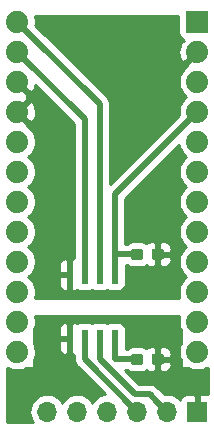
<source format=gbl>
G04 #@! TF.GenerationSoftware,KiCad,Pcbnew,(5.1.4)-1*
G04 #@! TF.CreationDate,2019-12-18T21:33:11+01:00*
G04 #@! TF.ProjectId,ser,7365722e-6b69-4636-9164-5f7063625858,rev?*
G04 #@! TF.SameCoordinates,Original*
G04 #@! TF.FileFunction,Copper,L2,Bot*
G04 #@! TF.FilePolarity,Positive*
%FSLAX46Y46*%
G04 Gerber Fmt 4.6, Leading zero omitted, Abs format (unit mm)*
G04 Created by KiCad (PCBNEW (5.1.4)-1) date 2019-12-18 21:33:11*
%MOMM*%
%LPD*%
G04 APERTURE LIST*
%ADD10R,0.600000X1.550000*%
%ADD11R,1.879600X1.879600*%
%ADD12C,1.879600*%
%ADD13C,0.100000*%
%ADD14C,0.950000*%
%ADD15R,1.700000X1.700000*%
%ADD16O,1.700000X1.700000*%
%ADD17C,0.400000*%
%ADD18C,0.508000*%
%ADD19C,0.254000*%
G04 APERTURE END LIST*
D10*
X139598400Y-113190000D03*
X138328400Y-113190000D03*
X137058400Y-113190000D03*
X135788400Y-113190000D03*
X135788400Y-107790000D03*
X137058400Y-107790000D03*
X138328400Y-107790000D03*
X139598400Y-107790000D03*
D11*
X146583400Y-86360000D03*
D12*
X146583400Y-88900000D03*
X146583400Y-91440000D03*
X146583400Y-93980000D03*
X146583400Y-96520000D03*
X146583400Y-99060000D03*
X146583400Y-101600000D03*
X146583400Y-104140000D03*
X146583400Y-106680000D03*
X146583400Y-109220000D03*
X146583400Y-111760000D03*
X146583400Y-114300000D03*
X131343400Y-114300000D03*
X131343400Y-111760000D03*
X131343400Y-109220000D03*
X131343400Y-106680000D03*
X131343400Y-104140000D03*
X131343400Y-101600000D03*
X131343400Y-99060000D03*
X131343400Y-96520000D03*
X131343400Y-93980000D03*
X131343400Y-91440000D03*
X131343400Y-88900000D03*
X131343400Y-86360000D03*
D13*
G36*
X143564179Y-105571144D02*
G01*
X143587234Y-105574563D01*
X143609843Y-105580227D01*
X143631787Y-105588079D01*
X143652857Y-105598044D01*
X143672848Y-105610026D01*
X143691568Y-105623910D01*
X143708838Y-105639562D01*
X143724490Y-105656832D01*
X143738374Y-105675552D01*
X143750356Y-105695543D01*
X143760321Y-105716613D01*
X143768173Y-105738557D01*
X143773837Y-105761166D01*
X143777256Y-105784221D01*
X143778400Y-105807500D01*
X143778400Y-106282500D01*
X143777256Y-106305779D01*
X143773837Y-106328834D01*
X143768173Y-106351443D01*
X143760321Y-106373387D01*
X143750356Y-106394457D01*
X143738374Y-106414448D01*
X143724490Y-106433168D01*
X143708838Y-106450438D01*
X143691568Y-106466090D01*
X143672848Y-106479974D01*
X143652857Y-106491956D01*
X143631787Y-106501921D01*
X143609843Y-106509773D01*
X143587234Y-106515437D01*
X143564179Y-106518856D01*
X143540900Y-106520000D01*
X142965900Y-106520000D01*
X142942621Y-106518856D01*
X142919566Y-106515437D01*
X142896957Y-106509773D01*
X142875013Y-106501921D01*
X142853943Y-106491956D01*
X142833952Y-106479974D01*
X142815232Y-106466090D01*
X142797962Y-106450438D01*
X142782310Y-106433168D01*
X142768426Y-106414448D01*
X142756444Y-106394457D01*
X142746479Y-106373387D01*
X142738627Y-106351443D01*
X142732963Y-106328834D01*
X142729544Y-106305779D01*
X142728400Y-106282500D01*
X142728400Y-105807500D01*
X142729544Y-105784221D01*
X142732963Y-105761166D01*
X142738627Y-105738557D01*
X142746479Y-105716613D01*
X142756444Y-105695543D01*
X142768426Y-105675552D01*
X142782310Y-105656832D01*
X142797962Y-105639562D01*
X142815232Y-105623910D01*
X142833952Y-105610026D01*
X142853943Y-105598044D01*
X142875013Y-105588079D01*
X142896957Y-105580227D01*
X142919566Y-105574563D01*
X142942621Y-105571144D01*
X142965900Y-105570000D01*
X143540900Y-105570000D01*
X143564179Y-105571144D01*
X143564179Y-105571144D01*
G37*
D14*
X143253400Y-106045000D03*
D13*
G36*
X141814179Y-105571144D02*
G01*
X141837234Y-105574563D01*
X141859843Y-105580227D01*
X141881787Y-105588079D01*
X141902857Y-105598044D01*
X141922848Y-105610026D01*
X141941568Y-105623910D01*
X141958838Y-105639562D01*
X141974490Y-105656832D01*
X141988374Y-105675552D01*
X142000356Y-105695543D01*
X142010321Y-105716613D01*
X142018173Y-105738557D01*
X142023837Y-105761166D01*
X142027256Y-105784221D01*
X142028400Y-105807500D01*
X142028400Y-106282500D01*
X142027256Y-106305779D01*
X142023837Y-106328834D01*
X142018173Y-106351443D01*
X142010321Y-106373387D01*
X142000356Y-106394457D01*
X141988374Y-106414448D01*
X141974490Y-106433168D01*
X141958838Y-106450438D01*
X141941568Y-106466090D01*
X141922848Y-106479974D01*
X141902857Y-106491956D01*
X141881787Y-106501921D01*
X141859843Y-106509773D01*
X141837234Y-106515437D01*
X141814179Y-106518856D01*
X141790900Y-106520000D01*
X141215900Y-106520000D01*
X141192621Y-106518856D01*
X141169566Y-106515437D01*
X141146957Y-106509773D01*
X141125013Y-106501921D01*
X141103943Y-106491956D01*
X141083952Y-106479974D01*
X141065232Y-106466090D01*
X141047962Y-106450438D01*
X141032310Y-106433168D01*
X141018426Y-106414448D01*
X141006444Y-106394457D01*
X140996479Y-106373387D01*
X140988627Y-106351443D01*
X140982963Y-106328834D01*
X140979544Y-106305779D01*
X140978400Y-106282500D01*
X140978400Y-105807500D01*
X140979544Y-105784221D01*
X140982963Y-105761166D01*
X140988627Y-105738557D01*
X140996479Y-105716613D01*
X141006444Y-105695543D01*
X141018426Y-105675552D01*
X141032310Y-105656832D01*
X141047962Y-105639562D01*
X141065232Y-105623910D01*
X141083952Y-105610026D01*
X141103943Y-105598044D01*
X141125013Y-105588079D01*
X141146957Y-105580227D01*
X141169566Y-105574563D01*
X141192621Y-105571144D01*
X141215900Y-105570000D01*
X141790900Y-105570000D01*
X141814179Y-105571144D01*
X141814179Y-105571144D01*
G37*
D14*
X141503400Y-106045000D03*
D13*
G36*
X141814179Y-114461144D02*
G01*
X141837234Y-114464563D01*
X141859843Y-114470227D01*
X141881787Y-114478079D01*
X141902857Y-114488044D01*
X141922848Y-114500026D01*
X141941568Y-114513910D01*
X141958838Y-114529562D01*
X141974490Y-114546832D01*
X141988374Y-114565552D01*
X142000356Y-114585543D01*
X142010321Y-114606613D01*
X142018173Y-114628557D01*
X142023837Y-114651166D01*
X142027256Y-114674221D01*
X142028400Y-114697500D01*
X142028400Y-115172500D01*
X142027256Y-115195779D01*
X142023837Y-115218834D01*
X142018173Y-115241443D01*
X142010321Y-115263387D01*
X142000356Y-115284457D01*
X141988374Y-115304448D01*
X141974490Y-115323168D01*
X141958838Y-115340438D01*
X141941568Y-115356090D01*
X141922848Y-115369974D01*
X141902857Y-115381956D01*
X141881787Y-115391921D01*
X141859843Y-115399773D01*
X141837234Y-115405437D01*
X141814179Y-115408856D01*
X141790900Y-115410000D01*
X141215900Y-115410000D01*
X141192621Y-115408856D01*
X141169566Y-115405437D01*
X141146957Y-115399773D01*
X141125013Y-115391921D01*
X141103943Y-115381956D01*
X141083952Y-115369974D01*
X141065232Y-115356090D01*
X141047962Y-115340438D01*
X141032310Y-115323168D01*
X141018426Y-115304448D01*
X141006444Y-115284457D01*
X140996479Y-115263387D01*
X140988627Y-115241443D01*
X140982963Y-115218834D01*
X140979544Y-115195779D01*
X140978400Y-115172500D01*
X140978400Y-114697500D01*
X140979544Y-114674221D01*
X140982963Y-114651166D01*
X140988627Y-114628557D01*
X140996479Y-114606613D01*
X141006444Y-114585543D01*
X141018426Y-114565552D01*
X141032310Y-114546832D01*
X141047962Y-114529562D01*
X141065232Y-114513910D01*
X141083952Y-114500026D01*
X141103943Y-114488044D01*
X141125013Y-114478079D01*
X141146957Y-114470227D01*
X141169566Y-114464563D01*
X141192621Y-114461144D01*
X141215900Y-114460000D01*
X141790900Y-114460000D01*
X141814179Y-114461144D01*
X141814179Y-114461144D01*
G37*
D14*
X141503400Y-114935000D03*
D13*
G36*
X143564179Y-114461144D02*
G01*
X143587234Y-114464563D01*
X143609843Y-114470227D01*
X143631787Y-114478079D01*
X143652857Y-114488044D01*
X143672848Y-114500026D01*
X143691568Y-114513910D01*
X143708838Y-114529562D01*
X143724490Y-114546832D01*
X143738374Y-114565552D01*
X143750356Y-114585543D01*
X143760321Y-114606613D01*
X143768173Y-114628557D01*
X143773837Y-114651166D01*
X143777256Y-114674221D01*
X143778400Y-114697500D01*
X143778400Y-115172500D01*
X143777256Y-115195779D01*
X143773837Y-115218834D01*
X143768173Y-115241443D01*
X143760321Y-115263387D01*
X143750356Y-115284457D01*
X143738374Y-115304448D01*
X143724490Y-115323168D01*
X143708838Y-115340438D01*
X143691568Y-115356090D01*
X143672848Y-115369974D01*
X143652857Y-115381956D01*
X143631787Y-115391921D01*
X143609843Y-115399773D01*
X143587234Y-115405437D01*
X143564179Y-115408856D01*
X143540900Y-115410000D01*
X142965900Y-115410000D01*
X142942621Y-115408856D01*
X142919566Y-115405437D01*
X142896957Y-115399773D01*
X142875013Y-115391921D01*
X142853943Y-115381956D01*
X142833952Y-115369974D01*
X142815232Y-115356090D01*
X142797962Y-115340438D01*
X142782310Y-115323168D01*
X142768426Y-115304448D01*
X142756444Y-115284457D01*
X142746479Y-115263387D01*
X142738627Y-115241443D01*
X142732963Y-115218834D01*
X142729544Y-115195779D01*
X142728400Y-115172500D01*
X142728400Y-114697500D01*
X142729544Y-114674221D01*
X142732963Y-114651166D01*
X142738627Y-114628557D01*
X142746479Y-114606613D01*
X142756444Y-114585543D01*
X142768426Y-114565552D01*
X142782310Y-114546832D01*
X142797962Y-114529562D01*
X142815232Y-114513910D01*
X142833952Y-114500026D01*
X142853943Y-114488044D01*
X142875013Y-114478079D01*
X142896957Y-114470227D01*
X142919566Y-114464563D01*
X142942621Y-114461144D01*
X142965900Y-114460000D01*
X143540900Y-114460000D01*
X143564179Y-114461144D01*
X143564179Y-114461144D01*
G37*
D14*
X143253400Y-114935000D03*
D15*
X146583400Y-119380000D03*
D16*
X144043400Y-119380000D03*
X141503400Y-119380000D03*
X138963400Y-119380000D03*
X136423400Y-119380000D03*
X133883400Y-119380000D03*
D17*
X139598400Y-114935000D03*
D18*
X137058400Y-94615000D02*
X131343400Y-88900000D01*
X137058400Y-107790000D02*
X137058400Y-94615000D01*
X132283199Y-87299799D02*
X131343400Y-86360000D01*
X138328400Y-93345000D02*
X132283199Y-87299799D01*
X138328400Y-107790000D02*
X138328400Y-93345000D01*
X143193401Y-118530001D02*
X144043400Y-119380000D01*
X142558399Y-117894999D02*
X143193401Y-118530001D01*
X141301150Y-117894999D02*
X142558399Y-117894999D01*
X138328400Y-114922249D02*
X141301150Y-117894999D01*
X138328400Y-113190000D02*
X138328400Y-114922249D01*
X137058400Y-114935000D02*
X137058400Y-113190000D01*
X141503400Y-119380000D02*
X137058400Y-114935000D01*
X139598400Y-114935000D02*
X139598400Y-114935000D01*
X139598400Y-113190000D02*
X139598400Y-114935000D01*
X141503400Y-114935000D02*
X139598400Y-114935000D01*
X146583400Y-93980000D02*
X139598400Y-100965000D01*
X139598400Y-100965000D02*
X139598400Y-106045000D01*
X139598400Y-106045000D02*
X139598400Y-107790000D01*
X141503400Y-106045000D02*
X139598400Y-106045000D01*
D19*
G36*
X145069118Y-111300648D02*
G01*
X145008600Y-111604896D01*
X145008600Y-111915104D01*
X145069118Y-112219352D01*
X145186400Y-112502496D01*
X145186400Y-113557504D01*
X145069118Y-113840648D01*
X145008600Y-114144896D01*
X145008600Y-114455104D01*
X145069118Y-114759352D01*
X145186400Y-115042496D01*
X145186400Y-115570000D01*
X145188840Y-115594776D01*
X145196067Y-115618601D01*
X145207803Y-115640557D01*
X145223597Y-115659803D01*
X145242843Y-115675597D01*
X145264799Y-115687333D01*
X145288624Y-115694560D01*
X145313400Y-115697000D01*
X145840904Y-115697000D01*
X146124048Y-115814282D01*
X146428296Y-115874800D01*
X146738504Y-115874800D01*
X147042752Y-115814282D01*
X147325896Y-115697000D01*
X147471900Y-115697000D01*
X147471900Y-117895720D01*
X147433400Y-117891928D01*
X146869150Y-117895000D01*
X146710400Y-118053750D01*
X146710400Y-119253000D01*
X146730400Y-119253000D01*
X146730400Y-119507000D01*
X146710400Y-119507000D01*
X146710400Y-119527000D01*
X146456400Y-119527000D01*
X146456400Y-119507000D01*
X146436400Y-119507000D01*
X146436400Y-119253000D01*
X146456400Y-119253000D01*
X146456400Y-118053750D01*
X146297650Y-117895000D01*
X145733400Y-117891928D01*
X145608918Y-117904188D01*
X145489220Y-117940498D01*
X145378906Y-117999463D01*
X145282215Y-118078815D01*
X145202863Y-118175506D01*
X145143898Y-118285820D01*
X145123007Y-118354687D01*
X145098534Y-118324866D01*
X144872414Y-118139294D01*
X144614434Y-118001401D01*
X144334511Y-117916487D01*
X144116350Y-117895000D01*
X143970450Y-117895000D01*
X143829517Y-117908881D01*
X143217897Y-117297262D01*
X143190058Y-117263340D01*
X143054690Y-117152246D01*
X142900250Y-117069696D01*
X142732673Y-117018863D01*
X142602066Y-117005999D01*
X142602059Y-117005999D01*
X142558399Y-117001699D01*
X142514739Y-117005999D01*
X141669385Y-117005999D01*
X140487386Y-115824000D01*
X140636228Y-115824000D01*
X140729458Y-115900512D01*
X140880833Y-115981423D01*
X141045084Y-116031248D01*
X141215900Y-116048072D01*
X141790900Y-116048072D01*
X141961716Y-116031248D01*
X142125967Y-115981423D01*
X142277342Y-115900512D01*
X142301239Y-115880901D01*
X142373906Y-115940537D01*
X142484220Y-115999502D01*
X142603918Y-116035812D01*
X142728400Y-116048072D01*
X142967650Y-116045000D01*
X143126400Y-115886250D01*
X143126400Y-115062000D01*
X143380400Y-115062000D01*
X143380400Y-115886250D01*
X143539150Y-116045000D01*
X143778400Y-116048072D01*
X143902882Y-116035812D01*
X144022580Y-115999502D01*
X144132894Y-115940537D01*
X144229585Y-115861185D01*
X144308937Y-115764494D01*
X144367902Y-115654180D01*
X144404212Y-115534482D01*
X144416472Y-115410000D01*
X144413400Y-115220750D01*
X144254650Y-115062000D01*
X143380400Y-115062000D01*
X143126400Y-115062000D01*
X143106400Y-115062000D01*
X143106400Y-114808000D01*
X143126400Y-114808000D01*
X143126400Y-113983750D01*
X143380400Y-113983750D01*
X143380400Y-114808000D01*
X144254650Y-114808000D01*
X144413400Y-114649250D01*
X144416472Y-114460000D01*
X144404212Y-114335518D01*
X144367902Y-114215820D01*
X144308937Y-114105506D01*
X144229585Y-114008815D01*
X144132894Y-113929463D01*
X144022580Y-113870498D01*
X143902882Y-113834188D01*
X143778400Y-113821928D01*
X143539150Y-113825000D01*
X143380400Y-113983750D01*
X143126400Y-113983750D01*
X142967650Y-113825000D01*
X142728400Y-113821928D01*
X142603918Y-113834188D01*
X142484220Y-113870498D01*
X142373906Y-113929463D01*
X142301239Y-113989099D01*
X142277342Y-113969488D01*
X142125967Y-113888577D01*
X141961716Y-113838752D01*
X141790900Y-113821928D01*
X141215900Y-113821928D01*
X141045084Y-113838752D01*
X140880833Y-113888577D01*
X140729458Y-113969488D01*
X140636228Y-114046000D01*
X140528494Y-114046000D01*
X140536472Y-113965000D01*
X140536472Y-112415000D01*
X140524212Y-112290518D01*
X140487902Y-112170820D01*
X140428937Y-112060506D01*
X140349585Y-111963815D01*
X140252894Y-111884463D01*
X140142580Y-111825498D01*
X140022882Y-111789188D01*
X139898400Y-111776928D01*
X139298400Y-111776928D01*
X139173918Y-111789188D01*
X139054220Y-111825498D01*
X138963400Y-111874043D01*
X138872580Y-111825498D01*
X138752882Y-111789188D01*
X138628400Y-111776928D01*
X138028400Y-111776928D01*
X137903918Y-111789188D01*
X137784220Y-111825498D01*
X137693400Y-111874043D01*
X137602580Y-111825498D01*
X137482882Y-111789188D01*
X137358400Y-111776928D01*
X136758400Y-111776928D01*
X136633918Y-111789188D01*
X136514220Y-111825498D01*
X136423400Y-111874043D01*
X136332580Y-111825498D01*
X136212882Y-111789188D01*
X136088400Y-111776928D01*
X136074150Y-111780000D01*
X135915400Y-111938750D01*
X135915400Y-113063000D01*
X135935400Y-113063000D01*
X135935400Y-113317000D01*
X135915400Y-113317000D01*
X135915400Y-114441250D01*
X136074150Y-114600000D01*
X136088400Y-114603072D01*
X136169400Y-114595094D01*
X136169400Y-114891340D01*
X136165100Y-114935000D01*
X136169400Y-114978660D01*
X136169400Y-114978666D01*
X136182264Y-115109273D01*
X136233097Y-115276850D01*
X136315647Y-115431290D01*
X136426741Y-115566659D01*
X136460664Y-115594499D01*
X138772757Y-117906592D01*
X138672289Y-117916487D01*
X138392366Y-118001401D01*
X138134386Y-118139294D01*
X137908266Y-118324866D01*
X137722694Y-118550986D01*
X137693400Y-118605791D01*
X137664106Y-118550986D01*
X137478534Y-118324866D01*
X137252414Y-118139294D01*
X136994434Y-118001401D01*
X136714511Y-117916487D01*
X136496350Y-117895000D01*
X136350450Y-117895000D01*
X136132289Y-117916487D01*
X135852366Y-118001401D01*
X135594386Y-118139294D01*
X135368266Y-118324866D01*
X135182694Y-118550986D01*
X135153400Y-118605791D01*
X135124106Y-118550986D01*
X134938534Y-118324866D01*
X134712414Y-118139294D01*
X134454434Y-118001401D01*
X134174511Y-117916487D01*
X133956350Y-117895000D01*
X133810450Y-117895000D01*
X133592289Y-117916487D01*
X133312366Y-118001401D01*
X133054386Y-118139294D01*
X132828266Y-118324866D01*
X132642694Y-118550986D01*
X132504801Y-118808966D01*
X132419887Y-119088889D01*
X132391215Y-119380000D01*
X132419887Y-119671111D01*
X132504801Y-119951034D01*
X132642694Y-120209014D01*
X132691513Y-120268500D01*
X130454900Y-120268500D01*
X130454900Y-115697000D01*
X130600904Y-115697000D01*
X130884048Y-115814282D01*
X131188296Y-115874800D01*
X131498504Y-115874800D01*
X131802752Y-115814282D01*
X132085896Y-115697000D01*
X132613400Y-115697000D01*
X132638176Y-115694560D01*
X132662001Y-115687333D01*
X132683957Y-115675597D01*
X132703203Y-115659803D01*
X132718997Y-115640557D01*
X132730733Y-115618601D01*
X132737960Y-115594776D01*
X132740400Y-115570000D01*
X132740400Y-115042496D01*
X132857682Y-114759352D01*
X132918200Y-114455104D01*
X132918200Y-114144896D01*
X132882417Y-113965000D01*
X134850328Y-113965000D01*
X134862588Y-114089482D01*
X134898898Y-114209180D01*
X134957863Y-114319494D01*
X135037215Y-114416185D01*
X135133906Y-114495537D01*
X135244220Y-114554502D01*
X135363918Y-114590812D01*
X135488400Y-114603072D01*
X135502650Y-114600000D01*
X135661400Y-114441250D01*
X135661400Y-113317000D01*
X135012150Y-113317000D01*
X134853400Y-113475750D01*
X134850328Y-113965000D01*
X132882417Y-113965000D01*
X132857682Y-113840648D01*
X132740400Y-113557504D01*
X132740400Y-112502496D01*
X132776642Y-112415000D01*
X134850328Y-112415000D01*
X134853400Y-112904250D01*
X135012150Y-113063000D01*
X135661400Y-113063000D01*
X135661400Y-111938750D01*
X135502650Y-111780000D01*
X135488400Y-111776928D01*
X135363918Y-111789188D01*
X135244220Y-111825498D01*
X135133906Y-111884463D01*
X135037215Y-111963815D01*
X134957863Y-112060506D01*
X134898898Y-112170820D01*
X134862588Y-112290518D01*
X134850328Y-112415000D01*
X132776642Y-112415000D01*
X132857682Y-112219352D01*
X132918200Y-111915104D01*
X132918200Y-111604896D01*
X132857682Y-111300648D01*
X132837531Y-111252000D01*
X145089269Y-111252000D01*
X145069118Y-111300648D01*
X145069118Y-111300648D01*
G37*
X145069118Y-111300648D02*
X145008600Y-111604896D01*
X145008600Y-111915104D01*
X145069118Y-112219352D01*
X145186400Y-112502496D01*
X145186400Y-113557504D01*
X145069118Y-113840648D01*
X145008600Y-114144896D01*
X145008600Y-114455104D01*
X145069118Y-114759352D01*
X145186400Y-115042496D01*
X145186400Y-115570000D01*
X145188840Y-115594776D01*
X145196067Y-115618601D01*
X145207803Y-115640557D01*
X145223597Y-115659803D01*
X145242843Y-115675597D01*
X145264799Y-115687333D01*
X145288624Y-115694560D01*
X145313400Y-115697000D01*
X145840904Y-115697000D01*
X146124048Y-115814282D01*
X146428296Y-115874800D01*
X146738504Y-115874800D01*
X147042752Y-115814282D01*
X147325896Y-115697000D01*
X147471900Y-115697000D01*
X147471900Y-117895720D01*
X147433400Y-117891928D01*
X146869150Y-117895000D01*
X146710400Y-118053750D01*
X146710400Y-119253000D01*
X146730400Y-119253000D01*
X146730400Y-119507000D01*
X146710400Y-119507000D01*
X146710400Y-119527000D01*
X146456400Y-119527000D01*
X146456400Y-119507000D01*
X146436400Y-119507000D01*
X146436400Y-119253000D01*
X146456400Y-119253000D01*
X146456400Y-118053750D01*
X146297650Y-117895000D01*
X145733400Y-117891928D01*
X145608918Y-117904188D01*
X145489220Y-117940498D01*
X145378906Y-117999463D01*
X145282215Y-118078815D01*
X145202863Y-118175506D01*
X145143898Y-118285820D01*
X145123007Y-118354687D01*
X145098534Y-118324866D01*
X144872414Y-118139294D01*
X144614434Y-118001401D01*
X144334511Y-117916487D01*
X144116350Y-117895000D01*
X143970450Y-117895000D01*
X143829517Y-117908881D01*
X143217897Y-117297262D01*
X143190058Y-117263340D01*
X143054690Y-117152246D01*
X142900250Y-117069696D01*
X142732673Y-117018863D01*
X142602066Y-117005999D01*
X142602059Y-117005999D01*
X142558399Y-117001699D01*
X142514739Y-117005999D01*
X141669385Y-117005999D01*
X140487386Y-115824000D01*
X140636228Y-115824000D01*
X140729458Y-115900512D01*
X140880833Y-115981423D01*
X141045084Y-116031248D01*
X141215900Y-116048072D01*
X141790900Y-116048072D01*
X141961716Y-116031248D01*
X142125967Y-115981423D01*
X142277342Y-115900512D01*
X142301239Y-115880901D01*
X142373906Y-115940537D01*
X142484220Y-115999502D01*
X142603918Y-116035812D01*
X142728400Y-116048072D01*
X142967650Y-116045000D01*
X143126400Y-115886250D01*
X143126400Y-115062000D01*
X143380400Y-115062000D01*
X143380400Y-115886250D01*
X143539150Y-116045000D01*
X143778400Y-116048072D01*
X143902882Y-116035812D01*
X144022580Y-115999502D01*
X144132894Y-115940537D01*
X144229585Y-115861185D01*
X144308937Y-115764494D01*
X144367902Y-115654180D01*
X144404212Y-115534482D01*
X144416472Y-115410000D01*
X144413400Y-115220750D01*
X144254650Y-115062000D01*
X143380400Y-115062000D01*
X143126400Y-115062000D01*
X143106400Y-115062000D01*
X143106400Y-114808000D01*
X143126400Y-114808000D01*
X143126400Y-113983750D01*
X143380400Y-113983750D01*
X143380400Y-114808000D01*
X144254650Y-114808000D01*
X144413400Y-114649250D01*
X144416472Y-114460000D01*
X144404212Y-114335518D01*
X144367902Y-114215820D01*
X144308937Y-114105506D01*
X144229585Y-114008815D01*
X144132894Y-113929463D01*
X144022580Y-113870498D01*
X143902882Y-113834188D01*
X143778400Y-113821928D01*
X143539150Y-113825000D01*
X143380400Y-113983750D01*
X143126400Y-113983750D01*
X142967650Y-113825000D01*
X142728400Y-113821928D01*
X142603918Y-113834188D01*
X142484220Y-113870498D01*
X142373906Y-113929463D01*
X142301239Y-113989099D01*
X142277342Y-113969488D01*
X142125967Y-113888577D01*
X141961716Y-113838752D01*
X141790900Y-113821928D01*
X141215900Y-113821928D01*
X141045084Y-113838752D01*
X140880833Y-113888577D01*
X140729458Y-113969488D01*
X140636228Y-114046000D01*
X140528494Y-114046000D01*
X140536472Y-113965000D01*
X140536472Y-112415000D01*
X140524212Y-112290518D01*
X140487902Y-112170820D01*
X140428937Y-112060506D01*
X140349585Y-111963815D01*
X140252894Y-111884463D01*
X140142580Y-111825498D01*
X140022882Y-111789188D01*
X139898400Y-111776928D01*
X139298400Y-111776928D01*
X139173918Y-111789188D01*
X139054220Y-111825498D01*
X138963400Y-111874043D01*
X138872580Y-111825498D01*
X138752882Y-111789188D01*
X138628400Y-111776928D01*
X138028400Y-111776928D01*
X137903918Y-111789188D01*
X137784220Y-111825498D01*
X137693400Y-111874043D01*
X137602580Y-111825498D01*
X137482882Y-111789188D01*
X137358400Y-111776928D01*
X136758400Y-111776928D01*
X136633918Y-111789188D01*
X136514220Y-111825498D01*
X136423400Y-111874043D01*
X136332580Y-111825498D01*
X136212882Y-111789188D01*
X136088400Y-111776928D01*
X136074150Y-111780000D01*
X135915400Y-111938750D01*
X135915400Y-113063000D01*
X135935400Y-113063000D01*
X135935400Y-113317000D01*
X135915400Y-113317000D01*
X135915400Y-114441250D01*
X136074150Y-114600000D01*
X136088400Y-114603072D01*
X136169400Y-114595094D01*
X136169400Y-114891340D01*
X136165100Y-114935000D01*
X136169400Y-114978660D01*
X136169400Y-114978666D01*
X136182264Y-115109273D01*
X136233097Y-115276850D01*
X136315647Y-115431290D01*
X136426741Y-115566659D01*
X136460664Y-115594499D01*
X138772757Y-117906592D01*
X138672289Y-117916487D01*
X138392366Y-118001401D01*
X138134386Y-118139294D01*
X137908266Y-118324866D01*
X137722694Y-118550986D01*
X137693400Y-118605791D01*
X137664106Y-118550986D01*
X137478534Y-118324866D01*
X137252414Y-118139294D01*
X136994434Y-118001401D01*
X136714511Y-117916487D01*
X136496350Y-117895000D01*
X136350450Y-117895000D01*
X136132289Y-117916487D01*
X135852366Y-118001401D01*
X135594386Y-118139294D01*
X135368266Y-118324866D01*
X135182694Y-118550986D01*
X135153400Y-118605791D01*
X135124106Y-118550986D01*
X134938534Y-118324866D01*
X134712414Y-118139294D01*
X134454434Y-118001401D01*
X134174511Y-117916487D01*
X133956350Y-117895000D01*
X133810450Y-117895000D01*
X133592289Y-117916487D01*
X133312366Y-118001401D01*
X133054386Y-118139294D01*
X132828266Y-118324866D01*
X132642694Y-118550986D01*
X132504801Y-118808966D01*
X132419887Y-119088889D01*
X132391215Y-119380000D01*
X132419887Y-119671111D01*
X132504801Y-119951034D01*
X132642694Y-120209014D01*
X132691513Y-120268500D01*
X130454900Y-120268500D01*
X130454900Y-115697000D01*
X130600904Y-115697000D01*
X130884048Y-115814282D01*
X131188296Y-115874800D01*
X131498504Y-115874800D01*
X131802752Y-115814282D01*
X132085896Y-115697000D01*
X132613400Y-115697000D01*
X132638176Y-115694560D01*
X132662001Y-115687333D01*
X132683957Y-115675597D01*
X132703203Y-115659803D01*
X132718997Y-115640557D01*
X132730733Y-115618601D01*
X132737960Y-115594776D01*
X132740400Y-115570000D01*
X132740400Y-115042496D01*
X132857682Y-114759352D01*
X132918200Y-114455104D01*
X132918200Y-114144896D01*
X132882417Y-113965000D01*
X134850328Y-113965000D01*
X134862588Y-114089482D01*
X134898898Y-114209180D01*
X134957863Y-114319494D01*
X135037215Y-114416185D01*
X135133906Y-114495537D01*
X135244220Y-114554502D01*
X135363918Y-114590812D01*
X135488400Y-114603072D01*
X135502650Y-114600000D01*
X135661400Y-114441250D01*
X135661400Y-113317000D01*
X135012150Y-113317000D01*
X134853400Y-113475750D01*
X134850328Y-113965000D01*
X132882417Y-113965000D01*
X132857682Y-113840648D01*
X132740400Y-113557504D01*
X132740400Y-112502496D01*
X132776642Y-112415000D01*
X134850328Y-112415000D01*
X134853400Y-112904250D01*
X135012150Y-113063000D01*
X135661400Y-113063000D01*
X135661400Y-111938750D01*
X135502650Y-111780000D01*
X135488400Y-111776928D01*
X135363918Y-111789188D01*
X135244220Y-111825498D01*
X135133906Y-111884463D01*
X135037215Y-111963815D01*
X134957863Y-112060506D01*
X134898898Y-112170820D01*
X134862588Y-112290518D01*
X134850328Y-112415000D01*
X132776642Y-112415000D01*
X132857682Y-112219352D01*
X132918200Y-111915104D01*
X132918200Y-111604896D01*
X132857682Y-111300648D01*
X132837531Y-111252000D01*
X145089269Y-111252000D01*
X145069118Y-111300648D01*
G36*
X131537148Y-91425858D02*
G01*
X131523005Y-91440000D01*
X132435876Y-92352871D01*
X132694123Y-92264377D01*
X132828997Y-91985024D01*
X132899397Y-91713232D01*
X136169401Y-94983237D01*
X136169400Y-106384906D01*
X136088400Y-106376928D01*
X136074150Y-106380000D01*
X135915400Y-106538750D01*
X135915400Y-107663000D01*
X135935400Y-107663000D01*
X135935400Y-107917000D01*
X135915400Y-107917000D01*
X135915400Y-109041250D01*
X136074150Y-109200000D01*
X136088400Y-109203072D01*
X136212882Y-109190812D01*
X136332580Y-109154502D01*
X136423400Y-109105957D01*
X136514220Y-109154502D01*
X136633918Y-109190812D01*
X136758400Y-109203072D01*
X137358400Y-109203072D01*
X137482882Y-109190812D01*
X137602580Y-109154502D01*
X137693400Y-109105957D01*
X137784220Y-109154502D01*
X137903918Y-109190812D01*
X138028400Y-109203072D01*
X138628400Y-109203072D01*
X138752882Y-109190812D01*
X138872580Y-109154502D01*
X138963400Y-109105957D01*
X139054220Y-109154502D01*
X139173918Y-109190812D01*
X139298400Y-109203072D01*
X139898400Y-109203072D01*
X140022882Y-109190812D01*
X140142580Y-109154502D01*
X140252894Y-109095537D01*
X140349585Y-109016185D01*
X140428937Y-108919494D01*
X140487902Y-108809180D01*
X140524212Y-108689482D01*
X140536472Y-108565000D01*
X140536472Y-107015000D01*
X140528494Y-106934000D01*
X140636228Y-106934000D01*
X140729458Y-107010512D01*
X140880833Y-107091423D01*
X141045084Y-107141248D01*
X141215900Y-107158072D01*
X141790900Y-107158072D01*
X141961716Y-107141248D01*
X142125967Y-107091423D01*
X142277342Y-107010512D01*
X142301239Y-106990901D01*
X142373906Y-107050537D01*
X142484220Y-107109502D01*
X142603918Y-107145812D01*
X142728400Y-107158072D01*
X142967650Y-107155000D01*
X143126400Y-106996250D01*
X143126400Y-106172000D01*
X143380400Y-106172000D01*
X143380400Y-106996250D01*
X143539150Y-107155000D01*
X143778400Y-107158072D01*
X143902882Y-107145812D01*
X144022580Y-107109502D01*
X144132894Y-107050537D01*
X144229585Y-106971185D01*
X144308937Y-106874494D01*
X144367902Y-106764180D01*
X144404212Y-106644482D01*
X144416472Y-106520000D01*
X144413400Y-106330750D01*
X144254650Y-106172000D01*
X143380400Y-106172000D01*
X143126400Y-106172000D01*
X143106400Y-106172000D01*
X143106400Y-105918000D01*
X143126400Y-105918000D01*
X143126400Y-105093750D01*
X143380400Y-105093750D01*
X143380400Y-105918000D01*
X144254650Y-105918000D01*
X144413400Y-105759250D01*
X144416472Y-105570000D01*
X144404212Y-105445518D01*
X144367902Y-105325820D01*
X144308937Y-105215506D01*
X144229585Y-105118815D01*
X144132894Y-105039463D01*
X144022580Y-104980498D01*
X143902882Y-104944188D01*
X143778400Y-104931928D01*
X143539150Y-104935000D01*
X143380400Y-105093750D01*
X143126400Y-105093750D01*
X142967650Y-104935000D01*
X142728400Y-104931928D01*
X142603918Y-104944188D01*
X142484220Y-104980498D01*
X142373906Y-105039463D01*
X142301239Y-105099099D01*
X142277342Y-105079488D01*
X142125967Y-104998577D01*
X141961716Y-104948752D01*
X141790900Y-104931928D01*
X141215900Y-104931928D01*
X141045084Y-104948752D01*
X140880833Y-104998577D01*
X140729458Y-105079488D01*
X140636228Y-105156000D01*
X140487400Y-105156000D01*
X140487400Y-101333235D01*
X145031318Y-96789317D01*
X145069118Y-96979352D01*
X145187830Y-97265948D01*
X145360173Y-97523877D01*
X145579523Y-97743227D01*
X145649524Y-97790000D01*
X145579523Y-97836773D01*
X145360173Y-98056123D01*
X145187830Y-98314052D01*
X145069118Y-98600648D01*
X145008600Y-98904896D01*
X145008600Y-99215104D01*
X145069118Y-99519352D01*
X145187830Y-99805948D01*
X145360173Y-100063877D01*
X145579523Y-100283227D01*
X145649524Y-100330000D01*
X145579523Y-100376773D01*
X145360173Y-100596123D01*
X145187830Y-100854052D01*
X145069118Y-101140648D01*
X145008600Y-101444896D01*
X145008600Y-101755104D01*
X145069118Y-102059352D01*
X145187830Y-102345948D01*
X145360173Y-102603877D01*
X145579523Y-102823227D01*
X145649524Y-102870000D01*
X145579523Y-102916773D01*
X145360173Y-103136123D01*
X145187830Y-103394052D01*
X145069118Y-103680648D01*
X145008600Y-103984896D01*
X145008600Y-104295104D01*
X145069118Y-104599352D01*
X145187830Y-104885948D01*
X145360173Y-105143877D01*
X145579523Y-105363227D01*
X145649524Y-105410000D01*
X145579523Y-105456773D01*
X145360173Y-105676123D01*
X145187830Y-105934052D01*
X145069118Y-106220648D01*
X145008600Y-106524896D01*
X145008600Y-106835104D01*
X145069118Y-107139352D01*
X145187830Y-107425948D01*
X145360173Y-107683877D01*
X145579523Y-107903227D01*
X145649524Y-107950000D01*
X145579523Y-107996773D01*
X145360173Y-108216123D01*
X145187830Y-108474052D01*
X145069118Y-108760648D01*
X145008600Y-109064896D01*
X145008600Y-109375104D01*
X145069118Y-109679352D01*
X145089269Y-109728000D01*
X132837531Y-109728000D01*
X132857682Y-109679352D01*
X132918200Y-109375104D01*
X132918200Y-109064896D01*
X132857682Y-108760648D01*
X132776642Y-108565000D01*
X134850328Y-108565000D01*
X134862588Y-108689482D01*
X134898898Y-108809180D01*
X134957863Y-108919494D01*
X135037215Y-109016185D01*
X135133906Y-109095537D01*
X135244220Y-109154502D01*
X135363918Y-109190812D01*
X135488400Y-109203072D01*
X135502650Y-109200000D01*
X135661400Y-109041250D01*
X135661400Y-107917000D01*
X135012150Y-107917000D01*
X134853400Y-108075750D01*
X134850328Y-108565000D01*
X132776642Y-108565000D01*
X132738970Y-108474052D01*
X132566627Y-108216123D01*
X132347277Y-107996773D01*
X132277276Y-107950000D01*
X132347277Y-107903227D01*
X132566627Y-107683877D01*
X132738970Y-107425948D01*
X132857682Y-107139352D01*
X132882416Y-107015000D01*
X134850328Y-107015000D01*
X134853400Y-107504250D01*
X135012150Y-107663000D01*
X135661400Y-107663000D01*
X135661400Y-106538750D01*
X135502650Y-106380000D01*
X135488400Y-106376928D01*
X135363918Y-106389188D01*
X135244220Y-106425498D01*
X135133906Y-106484463D01*
X135037215Y-106563815D01*
X134957863Y-106660506D01*
X134898898Y-106770820D01*
X134862588Y-106890518D01*
X134850328Y-107015000D01*
X132882416Y-107015000D01*
X132918200Y-106835104D01*
X132918200Y-106524896D01*
X132857682Y-106220648D01*
X132738970Y-105934052D01*
X132566627Y-105676123D01*
X132347277Y-105456773D01*
X132277276Y-105410000D01*
X132347277Y-105363227D01*
X132566627Y-105143877D01*
X132738970Y-104885948D01*
X132857682Y-104599352D01*
X132918200Y-104295104D01*
X132918200Y-103984896D01*
X132857682Y-103680648D01*
X132738970Y-103394052D01*
X132566627Y-103136123D01*
X132347277Y-102916773D01*
X132277276Y-102870000D01*
X132347277Y-102823227D01*
X132566627Y-102603877D01*
X132738970Y-102345948D01*
X132857682Y-102059352D01*
X132918200Y-101755104D01*
X132918200Y-101444896D01*
X132857682Y-101140648D01*
X132738970Y-100854052D01*
X132566627Y-100596123D01*
X132347277Y-100376773D01*
X132277276Y-100330000D01*
X132347277Y-100283227D01*
X132566627Y-100063877D01*
X132738970Y-99805948D01*
X132857682Y-99519352D01*
X132918200Y-99215104D01*
X132918200Y-98904896D01*
X132857682Y-98600648D01*
X132738970Y-98314052D01*
X132566627Y-98056123D01*
X132347277Y-97836773D01*
X132277276Y-97790000D01*
X132347277Y-97743227D01*
X132566627Y-97523877D01*
X132738970Y-97265948D01*
X132857682Y-96979352D01*
X132918200Y-96675104D01*
X132918200Y-96364896D01*
X132857682Y-96060648D01*
X132738970Y-95774052D01*
X132566627Y-95516123D01*
X132347277Y-95296773D01*
X132210686Y-95205505D01*
X132256271Y-95072476D01*
X131447930Y-94264135D01*
X131448677Y-93980000D01*
X131523005Y-93980000D01*
X132435876Y-94892871D01*
X132694123Y-94804377D01*
X132828997Y-94525024D01*
X132906781Y-94224725D01*
X132924484Y-93915023D01*
X132881427Y-93607816D01*
X132779265Y-93314914D01*
X132694123Y-93155623D01*
X132435876Y-93067129D01*
X131523005Y-93980000D01*
X131448677Y-93980000D01*
X131449429Y-93694366D01*
X132256271Y-92887524D01*
X132195439Y-92710000D01*
X132256271Y-92532476D01*
X131454596Y-91730801D01*
X131455613Y-91344323D01*
X131537148Y-91425858D01*
X131537148Y-91425858D01*
G37*
X131537148Y-91425858D02*
X131523005Y-91440000D01*
X132435876Y-92352871D01*
X132694123Y-92264377D01*
X132828997Y-91985024D01*
X132899397Y-91713232D01*
X136169401Y-94983237D01*
X136169400Y-106384906D01*
X136088400Y-106376928D01*
X136074150Y-106380000D01*
X135915400Y-106538750D01*
X135915400Y-107663000D01*
X135935400Y-107663000D01*
X135935400Y-107917000D01*
X135915400Y-107917000D01*
X135915400Y-109041250D01*
X136074150Y-109200000D01*
X136088400Y-109203072D01*
X136212882Y-109190812D01*
X136332580Y-109154502D01*
X136423400Y-109105957D01*
X136514220Y-109154502D01*
X136633918Y-109190812D01*
X136758400Y-109203072D01*
X137358400Y-109203072D01*
X137482882Y-109190812D01*
X137602580Y-109154502D01*
X137693400Y-109105957D01*
X137784220Y-109154502D01*
X137903918Y-109190812D01*
X138028400Y-109203072D01*
X138628400Y-109203072D01*
X138752882Y-109190812D01*
X138872580Y-109154502D01*
X138963400Y-109105957D01*
X139054220Y-109154502D01*
X139173918Y-109190812D01*
X139298400Y-109203072D01*
X139898400Y-109203072D01*
X140022882Y-109190812D01*
X140142580Y-109154502D01*
X140252894Y-109095537D01*
X140349585Y-109016185D01*
X140428937Y-108919494D01*
X140487902Y-108809180D01*
X140524212Y-108689482D01*
X140536472Y-108565000D01*
X140536472Y-107015000D01*
X140528494Y-106934000D01*
X140636228Y-106934000D01*
X140729458Y-107010512D01*
X140880833Y-107091423D01*
X141045084Y-107141248D01*
X141215900Y-107158072D01*
X141790900Y-107158072D01*
X141961716Y-107141248D01*
X142125967Y-107091423D01*
X142277342Y-107010512D01*
X142301239Y-106990901D01*
X142373906Y-107050537D01*
X142484220Y-107109502D01*
X142603918Y-107145812D01*
X142728400Y-107158072D01*
X142967650Y-107155000D01*
X143126400Y-106996250D01*
X143126400Y-106172000D01*
X143380400Y-106172000D01*
X143380400Y-106996250D01*
X143539150Y-107155000D01*
X143778400Y-107158072D01*
X143902882Y-107145812D01*
X144022580Y-107109502D01*
X144132894Y-107050537D01*
X144229585Y-106971185D01*
X144308937Y-106874494D01*
X144367902Y-106764180D01*
X144404212Y-106644482D01*
X144416472Y-106520000D01*
X144413400Y-106330750D01*
X144254650Y-106172000D01*
X143380400Y-106172000D01*
X143126400Y-106172000D01*
X143106400Y-106172000D01*
X143106400Y-105918000D01*
X143126400Y-105918000D01*
X143126400Y-105093750D01*
X143380400Y-105093750D01*
X143380400Y-105918000D01*
X144254650Y-105918000D01*
X144413400Y-105759250D01*
X144416472Y-105570000D01*
X144404212Y-105445518D01*
X144367902Y-105325820D01*
X144308937Y-105215506D01*
X144229585Y-105118815D01*
X144132894Y-105039463D01*
X144022580Y-104980498D01*
X143902882Y-104944188D01*
X143778400Y-104931928D01*
X143539150Y-104935000D01*
X143380400Y-105093750D01*
X143126400Y-105093750D01*
X142967650Y-104935000D01*
X142728400Y-104931928D01*
X142603918Y-104944188D01*
X142484220Y-104980498D01*
X142373906Y-105039463D01*
X142301239Y-105099099D01*
X142277342Y-105079488D01*
X142125967Y-104998577D01*
X141961716Y-104948752D01*
X141790900Y-104931928D01*
X141215900Y-104931928D01*
X141045084Y-104948752D01*
X140880833Y-104998577D01*
X140729458Y-105079488D01*
X140636228Y-105156000D01*
X140487400Y-105156000D01*
X140487400Y-101333235D01*
X145031318Y-96789317D01*
X145069118Y-96979352D01*
X145187830Y-97265948D01*
X145360173Y-97523877D01*
X145579523Y-97743227D01*
X145649524Y-97790000D01*
X145579523Y-97836773D01*
X145360173Y-98056123D01*
X145187830Y-98314052D01*
X145069118Y-98600648D01*
X145008600Y-98904896D01*
X145008600Y-99215104D01*
X145069118Y-99519352D01*
X145187830Y-99805948D01*
X145360173Y-100063877D01*
X145579523Y-100283227D01*
X145649524Y-100330000D01*
X145579523Y-100376773D01*
X145360173Y-100596123D01*
X145187830Y-100854052D01*
X145069118Y-101140648D01*
X145008600Y-101444896D01*
X145008600Y-101755104D01*
X145069118Y-102059352D01*
X145187830Y-102345948D01*
X145360173Y-102603877D01*
X145579523Y-102823227D01*
X145649524Y-102870000D01*
X145579523Y-102916773D01*
X145360173Y-103136123D01*
X145187830Y-103394052D01*
X145069118Y-103680648D01*
X145008600Y-103984896D01*
X145008600Y-104295104D01*
X145069118Y-104599352D01*
X145187830Y-104885948D01*
X145360173Y-105143877D01*
X145579523Y-105363227D01*
X145649524Y-105410000D01*
X145579523Y-105456773D01*
X145360173Y-105676123D01*
X145187830Y-105934052D01*
X145069118Y-106220648D01*
X145008600Y-106524896D01*
X145008600Y-106835104D01*
X145069118Y-107139352D01*
X145187830Y-107425948D01*
X145360173Y-107683877D01*
X145579523Y-107903227D01*
X145649524Y-107950000D01*
X145579523Y-107996773D01*
X145360173Y-108216123D01*
X145187830Y-108474052D01*
X145069118Y-108760648D01*
X145008600Y-109064896D01*
X145008600Y-109375104D01*
X145069118Y-109679352D01*
X145089269Y-109728000D01*
X132837531Y-109728000D01*
X132857682Y-109679352D01*
X132918200Y-109375104D01*
X132918200Y-109064896D01*
X132857682Y-108760648D01*
X132776642Y-108565000D01*
X134850328Y-108565000D01*
X134862588Y-108689482D01*
X134898898Y-108809180D01*
X134957863Y-108919494D01*
X135037215Y-109016185D01*
X135133906Y-109095537D01*
X135244220Y-109154502D01*
X135363918Y-109190812D01*
X135488400Y-109203072D01*
X135502650Y-109200000D01*
X135661400Y-109041250D01*
X135661400Y-107917000D01*
X135012150Y-107917000D01*
X134853400Y-108075750D01*
X134850328Y-108565000D01*
X132776642Y-108565000D01*
X132738970Y-108474052D01*
X132566627Y-108216123D01*
X132347277Y-107996773D01*
X132277276Y-107950000D01*
X132347277Y-107903227D01*
X132566627Y-107683877D01*
X132738970Y-107425948D01*
X132857682Y-107139352D01*
X132882416Y-107015000D01*
X134850328Y-107015000D01*
X134853400Y-107504250D01*
X135012150Y-107663000D01*
X135661400Y-107663000D01*
X135661400Y-106538750D01*
X135502650Y-106380000D01*
X135488400Y-106376928D01*
X135363918Y-106389188D01*
X135244220Y-106425498D01*
X135133906Y-106484463D01*
X135037215Y-106563815D01*
X134957863Y-106660506D01*
X134898898Y-106770820D01*
X134862588Y-106890518D01*
X134850328Y-107015000D01*
X132882416Y-107015000D01*
X132918200Y-106835104D01*
X132918200Y-106524896D01*
X132857682Y-106220648D01*
X132738970Y-105934052D01*
X132566627Y-105676123D01*
X132347277Y-105456773D01*
X132277276Y-105410000D01*
X132347277Y-105363227D01*
X132566627Y-105143877D01*
X132738970Y-104885948D01*
X132857682Y-104599352D01*
X132918200Y-104295104D01*
X132918200Y-103984896D01*
X132857682Y-103680648D01*
X132738970Y-103394052D01*
X132566627Y-103136123D01*
X132347277Y-102916773D01*
X132277276Y-102870000D01*
X132347277Y-102823227D01*
X132566627Y-102603877D01*
X132738970Y-102345948D01*
X132857682Y-102059352D01*
X132918200Y-101755104D01*
X132918200Y-101444896D01*
X132857682Y-101140648D01*
X132738970Y-100854052D01*
X132566627Y-100596123D01*
X132347277Y-100376773D01*
X132277276Y-100330000D01*
X132347277Y-100283227D01*
X132566627Y-100063877D01*
X132738970Y-99805948D01*
X132857682Y-99519352D01*
X132918200Y-99215104D01*
X132918200Y-98904896D01*
X132857682Y-98600648D01*
X132738970Y-98314052D01*
X132566627Y-98056123D01*
X132347277Y-97836773D01*
X132277276Y-97790000D01*
X132347277Y-97743227D01*
X132566627Y-97523877D01*
X132738970Y-97265948D01*
X132857682Y-96979352D01*
X132918200Y-96675104D01*
X132918200Y-96364896D01*
X132857682Y-96060648D01*
X132738970Y-95774052D01*
X132566627Y-95516123D01*
X132347277Y-95296773D01*
X132210686Y-95205505D01*
X132256271Y-95072476D01*
X131447930Y-94264135D01*
X131448677Y-93980000D01*
X131523005Y-93980000D01*
X132435876Y-94892871D01*
X132694123Y-94804377D01*
X132828997Y-94525024D01*
X132906781Y-94224725D01*
X132924484Y-93915023D01*
X132881427Y-93607816D01*
X132779265Y-93314914D01*
X132694123Y-93155623D01*
X132435876Y-93067129D01*
X131523005Y-93980000D01*
X131448677Y-93980000D01*
X131449429Y-93694366D01*
X132256271Y-92887524D01*
X132195439Y-92710000D01*
X132256271Y-92532476D01*
X131454596Y-91730801D01*
X131455613Y-91344323D01*
X131537148Y-91425858D01*
G36*
X145005528Y-87299800D02*
G01*
X145017788Y-87424282D01*
X145054098Y-87543980D01*
X145113063Y-87654294D01*
X145192415Y-87750985D01*
X145289106Y-87830337D01*
X145385830Y-87882038D01*
X145490922Y-87987130D01*
X145232677Y-88075623D01*
X145097803Y-88354976D01*
X145020019Y-88655275D01*
X145002316Y-88964977D01*
X145045373Y-89272184D01*
X145147535Y-89565086D01*
X145232677Y-89724377D01*
X145490924Y-89812871D01*
X146403795Y-88900000D01*
X146389653Y-88885858D01*
X146569258Y-88706253D01*
X146583400Y-88720395D01*
X146597543Y-88706253D01*
X146777148Y-88885858D01*
X146763005Y-88900000D01*
X146777148Y-88914143D01*
X146597543Y-89093748D01*
X146583400Y-89079605D01*
X145670529Y-89992476D01*
X145716114Y-90125505D01*
X145579523Y-90216773D01*
X145360173Y-90436123D01*
X145187830Y-90694052D01*
X145069118Y-90980648D01*
X145008600Y-91284896D01*
X145008600Y-91595104D01*
X145069118Y-91899352D01*
X145187830Y-92185948D01*
X145360173Y-92443877D01*
X145579523Y-92663227D01*
X145649524Y-92710000D01*
X145579523Y-92756773D01*
X145360173Y-92976123D01*
X145187830Y-93234052D01*
X145069118Y-93520648D01*
X145008600Y-93824896D01*
X145008600Y-94135104D01*
X145035554Y-94270611D01*
X139217400Y-100088765D01*
X139217400Y-93388659D01*
X139221700Y-93344999D01*
X139217400Y-93301339D01*
X139217400Y-93301333D01*
X139204536Y-93170726D01*
X139204536Y-93170724D01*
X139153702Y-93003147D01*
X139127583Y-92954282D01*
X139071153Y-92848709D01*
X138960059Y-92713341D01*
X138926136Y-92685501D01*
X132942698Y-86702063D01*
X132942693Y-86702057D01*
X132891246Y-86650610D01*
X132918200Y-86515104D01*
X132918200Y-86204896D01*
X132857682Y-85900648D01*
X132837531Y-85852000D01*
X145005528Y-85852000D01*
X145005528Y-87299800D01*
X145005528Y-87299800D01*
G37*
X145005528Y-87299800D02*
X145017788Y-87424282D01*
X145054098Y-87543980D01*
X145113063Y-87654294D01*
X145192415Y-87750985D01*
X145289106Y-87830337D01*
X145385830Y-87882038D01*
X145490922Y-87987130D01*
X145232677Y-88075623D01*
X145097803Y-88354976D01*
X145020019Y-88655275D01*
X145002316Y-88964977D01*
X145045373Y-89272184D01*
X145147535Y-89565086D01*
X145232677Y-89724377D01*
X145490924Y-89812871D01*
X146403795Y-88900000D01*
X146389653Y-88885858D01*
X146569258Y-88706253D01*
X146583400Y-88720395D01*
X146597543Y-88706253D01*
X146777148Y-88885858D01*
X146763005Y-88900000D01*
X146777148Y-88914143D01*
X146597543Y-89093748D01*
X146583400Y-89079605D01*
X145670529Y-89992476D01*
X145716114Y-90125505D01*
X145579523Y-90216773D01*
X145360173Y-90436123D01*
X145187830Y-90694052D01*
X145069118Y-90980648D01*
X145008600Y-91284896D01*
X145008600Y-91595104D01*
X145069118Y-91899352D01*
X145187830Y-92185948D01*
X145360173Y-92443877D01*
X145579523Y-92663227D01*
X145649524Y-92710000D01*
X145579523Y-92756773D01*
X145360173Y-92976123D01*
X145187830Y-93234052D01*
X145069118Y-93520648D01*
X145008600Y-93824896D01*
X145008600Y-94135104D01*
X145035554Y-94270611D01*
X139217400Y-100088765D01*
X139217400Y-93388659D01*
X139221700Y-93344999D01*
X139217400Y-93301339D01*
X139217400Y-93301333D01*
X139204536Y-93170726D01*
X139204536Y-93170724D01*
X139153702Y-93003147D01*
X139127583Y-92954282D01*
X139071153Y-92848709D01*
X138960059Y-92713341D01*
X138926136Y-92685501D01*
X132942698Y-86702063D01*
X132942693Y-86702057D01*
X132891246Y-86650610D01*
X132918200Y-86515104D01*
X132918200Y-86204896D01*
X132857682Y-85900648D01*
X132837531Y-85852000D01*
X145005528Y-85852000D01*
X145005528Y-87299800D01*
M02*

</source>
